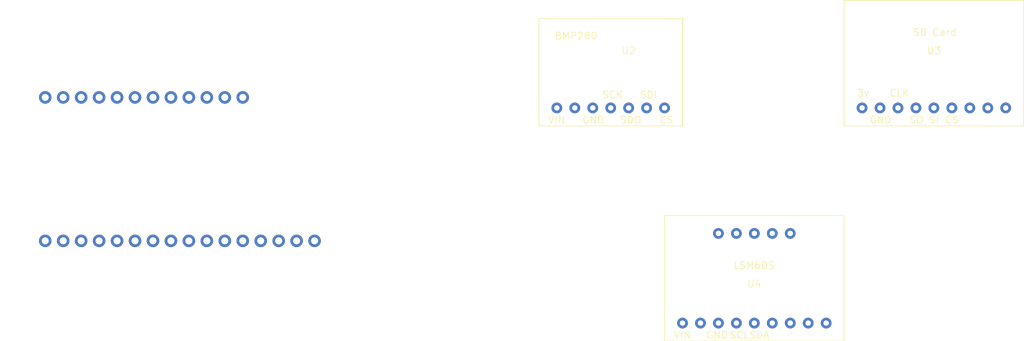
<source format=kicad_pcb>
(kicad_pcb (version 20240108) (generator "pcbnew") (generator_version "8.0")
  (layers (0 "F.Cu" signal) (31 "B.Cu" signal) (34 "B.Paste" user) (35 "F.Paste" user) (36 "B.SilkS" user "B.Silkscreen") (37 "F.SilkS" user "F.Silkscreen") (38 "B.Mask" user) (39 "F.Mask" user) (44 "Edge.Cuts" user))
  (net 0 "")
  (footprint "Library:LSM6DS" (layer "F.Cu") (at 152.4 134.62)
    (property "Reference" "U4" (at 0 -0.5 0) (layer "F.SilkS") (effects (font (thickness 0.1))))
    (property "Value" "~")
    (fp_rect (start 12.7 -10.16) (end -12.7 7.62) (stroke (width 0.1)) (fill none) (layer "F.SilkS"))
    (fp_text user "SCL" (at -3.556 7.366 0) (layer "F.SilkS") (effects (font (thickness 0.1)) (justify left bottom)))
    (fp_text user "GND" (at -6.858 7.366 0) (layer "F.SilkS") (effects (font (thickness 0.1)) (justify left bottom)))
    (fp_text user "VIN" (at -11.43 7.366 0) (layer "F.SilkS") (effects (font (thickness 0.1)) (justify left bottom)))
    (fp_text user "LSM6DS" (at -3 -2.5 0) (layer "F.SilkS") (effects (font (thickness 0.1)) (justify left bottom)))
    (fp_text user "SDA" (at -0.762 7.366 0) (layer "F.SilkS") (effects (font (thickness 0.1)) (justify left bottom)))
    (pad "1" thru_hole circle (at -10.16 5.08) (size 1.524 1.524) (drill 0.762) (layers "*.Cu" "*.Mask"))
    (pad "2" thru_hole circle (at -7.62 5.08) (size 1.524 1.524) (drill 0.762) (layers "*.Cu" "*.Mask"))
    (pad "3" thru_hole circle (at -5.08 5.08) (size 1.524 1.524) (drill 0.762) (layers "*.Cu" "*.Mask"))
    (pad "4" thru_hole circle (at -2.54 5.08) (size 1.524 1.524) (drill 0.762) (layers "*.Cu" "*.Mask"))
    (pad "5" thru_hole circle (at 0 5.08) (size 1.524 1.524) (drill 0.762) (layers "*.Cu" "*.Mask"))
    (pad "6" thru_hole circle (at 2.54 5.08) (size 1.524 1.524) (drill 0.762) (layers "*.Cu" "*.Mask"))
    (pad "7" thru_hole circle (at 5.08 5.08) (size 1.524 1.524) (drill 0.762) (layers "*.Cu" "*.Mask"))
    (pad "8" thru_hole circle (at 7.62 5.08) (size 1.524 1.524) (drill 0.762) (layers "*.Cu" "*.Mask"))
    (pad "9" thru_hole circle (at 10.16 5.08) (size 1.524 1.524) (drill 0.762) (layers "*.Cu" "*.Mask"))
    (pad "10" thru_hole circle (at -5.08 -7.62) (size 1.524 1.524) (drill 0.762) (layers "*.Cu" "*.Mask"))
    (pad "11" thru_hole circle (at -2.54 -7.62) (size 1.524 1.524) (drill 0.762) (layers "*.Cu" "*.Mask"))
    (pad "12" thru_hole circle (at 0 -7.62) (size 1.524 1.524) (drill 0.762) (layers "*.Cu" "*.Mask"))
    (pad "13" thru_hole circle (at 2.54 -7.62) (size 1.524 1.524) (drill 0.762) (layers "*.Cu" "*.Mask"))
    (pad "14" thru_hole circle (at 5.08 -7.62) (size 1.524 1.524) (drill 0.762) (layers "*.Cu" "*.Mask"))
  )
  (footprint "Library:BMP280" (layer "F.Cu") (at 134.62 101.6)
    (property "Reference" "U2" (at 0 -0.5 0) (layer "F.SilkS") (effects (font (thickness 0.1))))
    (property "Value" "~")
    (fp_line (start -12.7 -5.08) (end 5.08 -5.08) (stroke (width 0.1)) (layer "F.SilkS"))
    (fp_line (start -12.7 10.16) (end -12.7 -5.08) (stroke (width 0.1)) (layer "F.SilkS"))
    (fp_line (start -10.16 10.16) (end -12.7 10.16) (stroke (width 0.1)) (layer "F.SilkS"))
    (fp_line (start 5.08 -5.08) (end 7.62 -5.08) (stroke (width 0.1)) (layer "F.SilkS"))
    (fp_line (start 5.08 10.16) (end -10.16 10.16) (stroke (width 0.1)) (layer "F.SilkS"))
    (fp_line (start 7.62 -5.08) (end 7.62 10.16) (stroke (width 0.1)) (layer "F.SilkS"))
    (fp_line (start 7.62 -5.08) (end 7.62 10.16) (stroke (width 0.1)) (layer "F.SilkS"))
    (fp_line (start 7.62 10.16) (end 5.08 10.16) (stroke (width 0.1)) (layer "F.SilkS"))
    (fp_text user "VIN" (at -11.43 9.906 0) (layer "F.SilkS") (effects (font (thickness 0.1)) (justify left bottom)))
    (fp_text user "GND" (at -6.604 9.906 0) (layer "F.SilkS") (effects (font (thickness 0.1)) (justify left bottom)))
    (fp_text user "BMP280" (at -10.5 -2 0) (layer "F.SilkS") (effects (font (thickness 0.1)) (justify left bottom)))
    (fp_text user "CS" (at 4.318 9.906 0) (layer "F.SilkS") (effects (font (thickness 0.1)) (justify left bottom)))
    (fp_text user "SDO" (at -1.27 9.906 0) (layer "F.SilkS") (effects (font (thickness 0.1)) (justify left bottom)))
    (fp_text user "SDI" (at 1.524 6.35 0) (layer "F.SilkS") (effects (font (thickness 0.1)) (justify left bottom)))
    (fp_text user "SCK" (at -3.81 6.35 0) (layer "F.SilkS") (effects (font (thickness 0.1)) (justify left bottom)))
    (pad "1" thru_hole circle (at -10.16 7.62) (size 1.524 1.524) (drill 0.762) (layers "*.Cu" "*.Mask"))
    (pad "2" thru_hole circle (at -7.62 7.62) (size 1.524 1.524) (drill 0.762) (layers "*.Cu" "*.Mask"))
    (pad "3" thru_hole circle (at -5.08 7.62) (size 1.524 1.524) (drill 0.762) (layers "*.Cu" "*.Mask"))
    (pad "4" thru_hole circle (at -2.54 7.62) (size 1.524 1.524) (drill 0.762) (layers "*.Cu" "*.Mask"))
    (pad "5" thru_hole circle (at 0 7.62) (size 1.524 1.524) (drill 0.762) (layers "*.Cu" "*.Mask"))
    (pad "6" thru_hole circle (at 2.54 7.62) (size 1.524 1.524) (drill 0.762) (layers "*.Cu" "*.Mask"))
    (pad "7" thru_hole circle (at 5.08 7.62) (size 1.524 1.524) (drill 0.762) (layers "*.Cu" "*.Mask"))
  )
  (footprint "Library:SD_CARD" (layer "F.Cu") (at 177.8 101.6)
    (property "Reference" "U3" (at 0 -0.5 0) (layer "F.SilkS") (effects (font (thickness 0.1))))
    (property "Value" "~")
    (fp_rect (start -12.7 10.16) (end 12.7 -7.62) (stroke (width 0.1)) (fill none) (layer "F.SilkS"))
    (fp_text user "CS" (at 1.524 9.906 0) (layer "F.SilkS") (effects (font (thickness 0.1)) (justify left bottom)))
    (fp_text user "SO" (at -3.556 9.906 0) (layer "F.SilkS") (effects (font (thickness 0.1)) (justify left bottom)))
    (fp_text user "GND" (at -9.144 9.906 0) (layer "F.SilkS") (effects (font (thickness 0.1)) (justify left bottom)))
    (fp_text user "SI" (at -0.762 9.906 0) (layer "F.SilkS") (effects (font (thickness 0.1)) (justify left bottom)))
    (fp_text user "CLK" (at -6.35 6.096 0) (layer "F.SilkS") (effects (font (thickness 0.1)) (justify left bottom)))
    (fp_text user "SD Card" (at -3 -2.5 0) (layer "F.SilkS") (effects (font (thickness 0.1)) (justify left bottom)))
    (fp_text user "3v" (at -10.922 6.096 0) (layer "F.SilkS") (effects (font (thickness 0.1)) (justify left bottom)))
    (pad "1" thru_hole circle (at -10.16 7.62) (size 1.524 1.524) (drill 0.762) (layers "*.Cu" "*.Mask"))
    (pad "2" thru_hole circle (at -7.62 7.62) (size 1.524 1.524) (drill 0.762) (layers "*.Cu" "*.Mask"))
    (pad "3" thru_hole circle (at -5.08 7.62) (size 1.524 1.524) (drill 0.762) (layers "*.Cu" "*.Mask"))
    (pad "4" thru_hole circle (at -2.54 7.62) (size 1.524 1.524) (drill 0.762) (layers "*.Cu" "*.Mask"))
    (pad "5" thru_hole circle (at 0 7.62) (size 1.524 1.524) (drill 0.762) (layers "*.Cu" "*.Mask"))
    (pad "6" thru_hole circle (at 2.54 7.62) (size 1.524 1.524) (drill 0.762) (layers "*.Cu" "*.Mask"))
    (pad "7" thru_hole circle (at 5.08 7.62) (size 1.524 1.524) (drill 0.762) (layers "*.Cu" "*.Mask"))
    (pad "8" thru_hole circle (at 7.62 7.62) (size 1.524 1.524) (drill 0.762) (layers "*.Cu" "*.Mask"))
    (pad "9" thru_hole circle (at 10.16 7.62) (size 1.524 1.524) (drill 0.762) (layers "*.Cu" "*.Mask"))
  )
  (footprint "Library:FEATHERWING_NODIM" (layer "B.Cu") (at 96.54 129.32 180)
    (property "Reference" "U1" (hide yes))
    (property "Value" "FEATHERWING_NODIM" (hide yes))
    (pad "1" thru_hole circle (at 6.35 1.27 180) (size 1.778 1.778) (drill 1) (layers "*.Cu" "*.Mask"))
    (pad "2" thru_hole circle (at 8.89 1.27 180) (size 1.778 1.778) (drill 1) (layers "*.Cu" "*.Mask"))
    (pad "3" thru_hole circle (at 11.43 1.27 180) (size 1.778 1.778) (drill 1) (layers "*.Cu" "*.Mask"))
    (pad "4" thru_hole circle (at 13.97 1.27 180) (size 1.778 1.778) (drill 1) (layers "*.Cu" "*.Mask"))
    (pad "5" thru_hole circle (at 16.51 1.27 180) (size 1.778 1.778) (drill 1) (layers "*.Cu" "*.Mask"))
    (pad "6" thru_hole circle (at 19.05 1.27 180) (size 1.778 1.778) (drill 1) (layers "*.Cu" "*.Mask"))
    (pad "7" thru_hole circle (at 21.59 1.27 180) (size 1.778 1.778) (drill 1) (layers "*.Cu" "*.Mask"))
    (pad "8" thru_hole circle (at 24.13 1.27 180) (size 1.778 1.778) (drill 1) (layers "*.Cu" "*.Mask"))
    (pad "9" thru_hole circle (at 26.67 1.27 180) (size 1.778 1.778) (drill 1) (layers "*.Cu" "*.Mask"))
    (pad "10" thru_hole circle (at 29.21 1.27 180) (size 1.778 1.778) (drill 1) (layers "*.Cu" "*.Mask"))
    (pad "11" thru_hole circle (at 31.75 1.27 180) (size 1.778 1.778) (drill 1) (layers "*.Cu" "*.Mask"))
    (pad "12" thru_hole circle (at 34.29 1.27 180) (size 1.778 1.778) (drill 1) (layers "*.Cu" "*.Mask"))
    (pad "13" thru_hole circle (at 36.83 1.27 180) (size 1.778 1.778) (drill 1) (layers "*.Cu" "*.Mask"))
    (pad "14" thru_hole circle (at 39.37 1.27 180) (size 1.778 1.778) (drill 1) (layers "*.Cu" "*.Mask"))
    (pad "15" thru_hole circle (at 41.91 1.27 180) (size 1.778 1.778) (drill 1) (layers "*.Cu" "*.Mask"))
    (pad "16" thru_hole circle (at 44.45 1.27 180) (size 1.778 1.778) (drill 1) (layers "*.Cu" "*.Mask"))
    (pad "17" thru_hole circle (at 44.45 21.59 180) (size 1.778 1.778) (drill 1) (layers "*.Cu" "*.Mask"))
    (pad "18" thru_hole circle (at 41.91 21.59 180) (size 1.778 1.778) (drill 1) (layers "*.Cu" "*.Mask"))
    (pad "19" thru_hole circle (at 39.37 21.59 180) (size 1.778 1.778) (drill 1) (layers "*.Cu" "*.Mask"))
    (pad "20" thru_hole circle (at 36.83 21.59 180) (size 1.778 1.778) (drill 1) (layers "*.Cu" "*.Mask"))
    (pad "21" thru_hole circle (at 34.29 21.59 180) (size 1.778 1.778) (drill 1) (layers "*.Cu" "*.Mask"))
    (pad "22" thru_hole circle (at 31.75 21.59 180) (size 1.778 1.778) (drill 1) (layers "*.Cu" "*.Mask"))
    (pad "23" thru_hole circle (at 29.21 21.59 180) (size 1.778 1.778) (drill 1) (layers "*.Cu" "*.Mask"))
    (pad "24" thru_hole circle (at 26.67 21.59 180) (size 1.778 1.778) (drill 1) (layers "*.Cu" "*.Mask"))
    (pad "25" thru_hole circle (at 24.13 21.59 180) (size 1.778 1.778) (drill 1) (layers "*.Cu" "*.Mask"))
    (pad "26" thru_hole circle (at 21.59 21.59 180) (size 1.778 1.778) (drill 1) (layers "*.Cu" "*.Mask"))
    (pad "27" thru_hole circle (at 19.05 21.59 180) (size 1.778 1.778) (drill 1) (layers "*.Cu" "*.Mask"))
    (pad "28" thru_hole circle (at 16.51 21.59 180) (size 1.778 1.778) (drill 1) (layers "*.Cu" "*.Mask"))
  )
)
</source>
